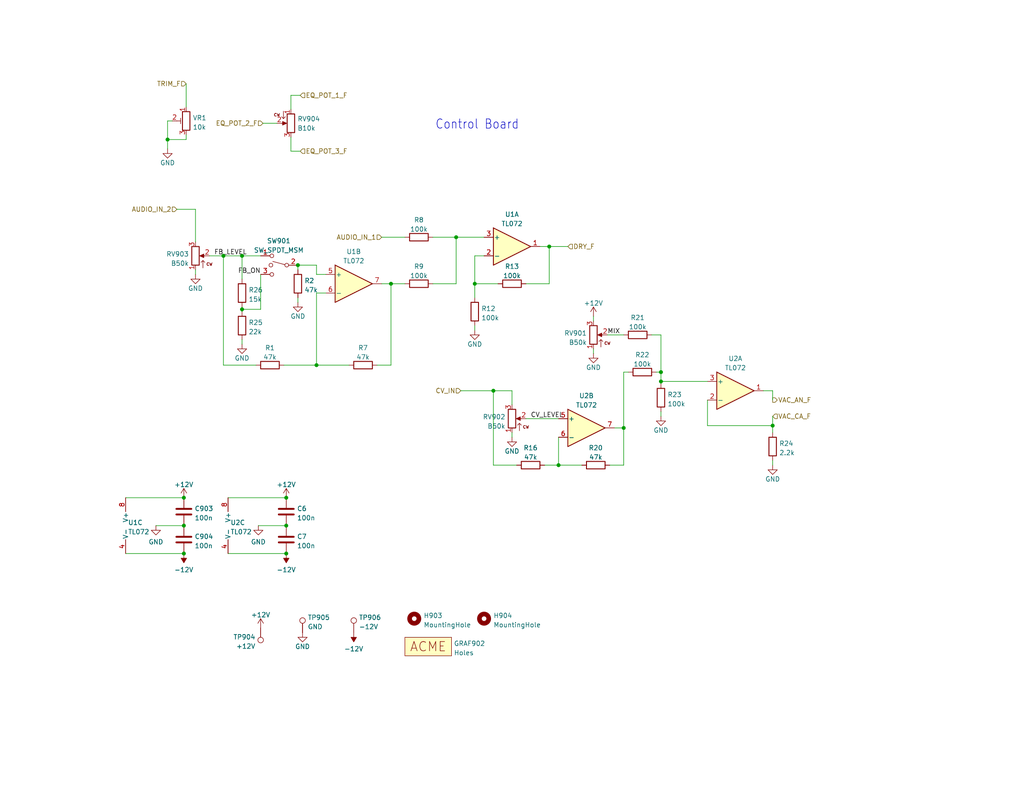
<source format=kicad_sch>
(kicad_sch (version 20211123) (generator eeschema)
  (paper "USLetter")
  (title_block (title "Spring Reverb Rev 2") (company "Music Thing Modular") (comment 1 "Kosmo version by Rich Holmes"))
  (lib_symbols
    (symbol "ao_symbols:C" (pin_numbers hide) (pin_names (offset 0.254))
      (property "Reference" "C" (at 0.635 2.54 0))
      (property "Value" "C" (at 0.635 -2.54 0))
      (symbol "C_0_1"
        (polyline (pts (xy -2.032 -0.762) (xy 2.032 -0.762)) (stroke (width 0.508)))
        (polyline (pts (xy -2.032 0.762) (xy 2.032 0.762)) (stroke (width 0.508)))
      )
      (symbol "C_1_1"
        (pin passive line (at 0 3.81 270) (length 2.794) (name "~") (number "1"))
        (pin passive line (at 0 -3.81 90) (length 2.794) (name "~") (number "2"))
      )
    )
    (symbol "ao_symbols:Graphic" (pin_names (offset 1.016)) (in_bom no)
      (property "Reference" "GRAF" (at 0 -3.81 0))
      (property "Value" "Graphic" (at 0 3.81 0))
      (symbol "Graphic_0_0"
        (rectangle (start -6.35 2.54) (end 6.35 -2.54) (fill (type background)))
        (text "ACME" (at 0 0 0) (effects (font (size 2.54 2.54))))
      )
    )
    (symbol "ao_symbols:MountingHole" (pin_names (offset 1.016)) (in_bom no)
      (property "Reference" "H" (at 0 5.08 0))
      (property "Value" "MountingHole" (at 0 3.175 0))
      (symbol "MountingHole_0_1"
        (circle (center 0 0) (radius 1.27) (stroke (width 1.27)))
      )
    )
    (symbol "ao_symbols:R" (pin_numbers hide) (pin_names (offset 0))
      (property "Reference" "R" (at 2.032 0 90))
      (property "Value" "R" (at 0 0 90))
      (symbol "R_0_1"
        (rectangle (start -1.016 -2.54) (end 1.016 2.54) (stroke (width 0.254)))
      )
      (symbol "R_1_1"
        (pin passive line (at 0 3.81 270) (length 1.27) (name "~") (number "1"))
        (pin passive line (at 0 -3.81 90) (length 1.27) (name "~") (number "2"))
      )
    )
    (symbol "ao_symbols:R_POT" (pin_names (offset 1.016) hide)
      (property "Reference" "RV" (at -4.445 0 90))
      (property "Value" "R_POT" (at -2.54 0 90))
      (symbol "R_POT_0_0"
        (text "CW" (at 3.81 -2.286 0) (effects (font (size 0.762 0.762))))
      )
      (symbol "R_POT_0_1"
        (rectangle (start -1.016 2.54) (end 1.016 -2.54) (stroke (width 0.254)))
        (polyline (pts (xy 2.032 -3.302) (xy 2.032 -1.27)) (stroke (width 0.1524)))
        (polyline (pts (xy 2.54 0) (xy 1.524 0)))
        (polyline (pts (xy 2.54 -1.778) (xy 2.032 -1.27) (xy 1.524 -1.778)) (stroke (width 0.1524)))
        (polyline (pts (xy 1.143 0) (xy 2.286 -0.508) (xy 2.286 0.508) (xy 1.143 0)) (fill (type outline)))
      )
      (symbol "R_POT_1_1"
        (pin passive line (at 0 -3.81 90) (length 1.27) (name "1") (number "1"))
        (pin passive line (at 3.81 0 180) (length 1.27) (name "2") (number "2"))
        (pin passive line (at 0 3.81 270) (length 1.27) (name "3") (number "3"))
      )
    )
    (symbol "ao_symbols:R_POT_TRIM_3296W" (pin_names (offset 1.016) hide)
      (property "Reference" "RV" (at -4.445 0 90))
      (property "Value" "R_POT_TRIM_3296W" (at -2.54 0 90))
      (symbol "R_POT_TRIM_3296W_0_1"
        (polyline (pts (xy 1.524 0.762) (xy 1.524 -0.762)))
        (polyline (pts (xy 2.54 0) (xy 1.524 0)))
        (rectangle (start 1.016 2.54) (end -1.016 -2.54) (stroke (width 0.254)))
      )
      (symbol "R_POT_TRIM_3296W_1_1"
        (pin passive line (at 0 3.81 270) (length 1.27) (name "1") (number "1"))
        (pin passive line (at 3.81 0 180) (length 1.27) (name "2") (number "2"))
        (pin passive line (at 0 -3.81 90) (length 1.27) (name "3") (number "3"))
      )
    )
    (symbol "ao_symbols:SW_SPDT_MSM" (pin_names (offset 0) hide)
      (property "Reference" "SW" (at 0 5.08 0))
      (property "Value" "SW_SPDT_MSM" (at 0 -5.08 0))
      (symbol "SW_SPDT_MSM_0_0"
        (circle (center -2.032 0) (radius 0.508))
        (polyline (pts (xy -1.524 0.127) (xy 1.778 1.016)))
        (circle (center 2.032 -2.54) (radius 0.508))
      )
      (symbol "SW_SPDT_MSM_0_1"
        (circle (center 2.032 2.54) (radius 0.508))
        (circle (center 2.286 0) (radius 0.508))
      )
      (symbol "SW_SPDT_MSM_1_1"
        (pin passive line (at 5.08 2.54 180) (length 2.54) (name "1") (number "1"))
        (pin passive line (at -5.08 0 0) (length 2.54) (name "2") (number "2"))
        (pin passive line (at 5.08 -2.54 180) (length 2.54) (name "3") (number "3"))
      )
    )
    (symbol "ao_symbols:TL072" (pin_names (offset 0.127))
      (property "Reference" "U" (at 0 5.08 0))
      (property "Value" "TL072" (at 0 -5.08 0))
      (symbol "TL072_1_1"
        (polyline (pts (xy -5.08 5.08) (xy 5.08 0) (xy -5.08 -5.08) (xy -5.08 5.08)) (stroke (width 0.254)) (fill (type background)))
        (pin output line (at 7.62 0 180) (length 2.54) (name "~") (number "1"))
        (pin input line (at -7.62 -2.54 0) (length 2.54) (name "-") (number "2"))
        (pin input line (at -7.62 2.54 0) (length 2.54) (name "+") (number "3"))
      )
      (symbol "TL072_2_1"
        (polyline (pts (xy -5.08 5.08) (xy 5.08 0) (xy -5.08 -5.08) (xy -5.08 5.08)) (stroke (width 0.254)) (fill (type background)))
        (pin input line (at -7.62 2.54 0) (length 2.54) (name "+") (number "5"))
        (pin input line (at -7.62 -2.54 0) (length 2.54) (name "-") (number "6"))
        (pin output line (at 7.62 0 180) (length 2.54) (name "~") (number "7"))
      )
      (symbol "TL072_3_1"
        (pin power_in line (at -2.54 -7.62 90) (length 3.81) (name "V-") (number "4"))
        (pin power_in line (at -2.54 7.62 270) (length 3.81) (name "V+") (number "8"))
      )
    )
    (symbol "ao_symbols:TestPoint" (pin_numbers hide) (pin_names (offset 0.762) hide) (in_bom no)
      (property "Reference" "TP" (at 0 6.858 0))
      (property "Value" "TestPoint" (at 0 5.08 0))
      (symbol "TestPoint_0_1"
        (circle (center 0 3.302) (radius 0.762))
      )
      (symbol "TestPoint_1_1"
        (pin passive line (at 0 0 90) (length 2.54) (name "1") (number "1"))
      )
    )
    (symbol "power:+12V" (power) (pin_names (offset 0))
      (property "Value" "+12V" (at 0 3.556 0))
      (symbol "+12V_0_1"
        (polyline (pts (xy -0.762 1.27) (xy 0 2.54)))
        (polyline (pts (xy 0 0) (xy 0 2.54)))
        (polyline (pts (xy 0 2.54) (xy 0.762 1.27)))
      )
      (symbol "+12V_1_1"
        (pin power_in line (at 0 0 90) (length 0) hide (name "+12V") (number "1"))
      )
    )
    (symbol "power:-12V" (power) (pin_names (offset 0))
      (property "Value" "-12V" (at 0 3.81 0))
      (symbol "-12V_0_0"
        (pin power_in line (at 0 0 90) (length 0) hide (name "-12V") (number "1"))
      )
      (symbol "-12V_0_1"
        (polyline (pts (xy 0 0) (xy 0 1.27) (xy 0.762 1.27) (xy 0 2.54) (xy -0.762 1.27) (xy 0 1.27)) (fill (type outline)))
      )
    )
    (symbol "power:GND" (power) (pin_names (offset 0))
      (property "Value" "GND" (at 0 -3.81 0))
      (symbol "GND_0_1"
        (polyline (pts (xy 0 0) (xy 0 -1.27) (xy 1.27 -1.27) (xy 0 -2.54) (xy -1.27 -1.27) (xy 0 -1.27)))
      )
      (symbol "GND_1_1"
        (pin power_in line (at 0 0 270) (length 0) hide (name "GND") (number "1"))
      )
    )
  )
  (junction (at 45.72 38.1))
  (junction (at 170.18 116.84))
  (junction (at 180.34 101.6))
  (junction (at 134.62 106.68))
  (junction (at 124.46 64.77))
  (junction (at 78.105 135.89))
  (junction (at 180.34 104.14))
  (junction (at 149.86 67.31))
  (junction (at 129.54 77.47))
  (junction (at 78.105 143.51))
  (junction (at 86.36 99.695))
  (junction (at 66.04 84.455))
  (junction (at 81.28 72.39))
  (junction (at 106.68 77.47))
  (junction (at 66.04 69.85))
  (junction (at 60.96 69.85))
  (junction (at 78.105 151.13))
  (junction (at 50.165 151.13))
  (junction (at 210.82 116.205))
  (junction (at 50.165 135.89))
  (junction (at 50.165 143.51))
  (junction (at 152.4 127))
  (wire (pts (xy 124.46 64.77) (xy 132.08 64.77)))
  (wire (pts (xy 165.735 91.44) (xy 170.18 91.44)))
  (wire (pts (xy 79.375 41.275) (xy 79.375 37.465)))
  (wire (pts (xy 70.485 143.51) (xy 78.105 143.51)))
  (wire (pts (xy 134.62 106.68) (xy 134.62 127)))
  (wire (pts (xy 129.54 69.85) (xy 132.08 69.85)))
  (wire (pts (xy 86.36 80.01) (xy 88.9 80.01)))
  (wire (pts (xy 62.23 135.89) (xy 78.105 135.89)))
  (wire (pts (xy 60.96 99.695) (xy 69.85 99.695)))
  (wire (pts (xy 139.7 110.49) (xy 139.7 106.68)))
  (wire (pts (xy 102.87 99.695) (xy 106.68 99.695)))
  (wire (pts (xy 152.4 127) (xy 158.75 127)))
  (wire (pts (xy 124.46 77.47) (xy 124.46 64.77)))
  (wire (pts (xy 50.8 36.83) (xy 50.8 38.1)))
  (wire (pts (xy 161.925 86.36) (xy 161.925 87.63)))
  (wire (pts (xy 148.59 127) (xy 152.4 127)))
  (wire (pts (xy 60.96 99.695) (xy 60.96 69.85)))
  (wire (pts (xy 79.375 26.035) (xy 79.375 29.845)))
  (wire (pts (xy 167.64 116.84) (xy 170.18 116.84)))
  (wire (pts (xy 57.15 69.85) (xy 60.96 69.85)))
  (wire (pts (xy 53.34 73.66) (xy 53.34 74.93)))
  (wire (pts (xy 45.72 38.1) (xy 50.8 38.1)))
  (wire (pts (xy 152.4 119.38) (xy 152.4 127)))
  (wire (pts (xy 46.99 33.02) (xy 45.72 33.02)))
  (wire (pts (xy 34.29 135.89) (xy 50.165 135.89)))
  (wire (pts (xy 134.62 106.68) (xy 125.73 106.68)))
  (wire (pts (xy 53.34 57.15) (xy 53.34 66.04)))
  (wire (pts (xy 81.915 41.275) (xy 79.375 41.275)))
  (wire (pts (xy 129.54 77.47) (xy 129.54 69.85)))
  (wire (pts (xy 139.7 106.68) (xy 134.62 106.68)))
  (wire (pts (xy 180.34 91.44) (xy 180.34 101.6)))
  (wire (pts (xy 106.68 77.47) (xy 110.49 77.47)))
  (wire (pts (xy 179.07 101.6) (xy 180.34 101.6)))
  (wire (pts (xy 62.23 151.13) (xy 78.105 151.13)))
  (wire (pts (xy 210.82 116.205) (xy 210.82 118.11)))
  (wire (pts (xy 66.04 84.455) (xy 66.04 85.09)))
  (wire (pts (xy 106.68 99.695) (xy 106.68 77.47)))
  (wire (pts (xy 118.11 77.47) (xy 124.46 77.47)))
  (wire (pts (xy 42.545 143.51) (xy 50.165 143.51)))
  (wire (pts (xy 180.34 112.395) (xy 180.34 113.665)))
  (wire (pts (xy 129.54 77.47) (xy 129.54 81.28)))
  (wire (pts (xy 193.04 116.205) (xy 210.82 116.205)))
  (wire (pts (xy 143.51 114.3) (xy 152.4 114.3)))
  (wire (pts (xy 50.8 22.86) (xy 50.8 29.21)))
  (wire (pts (xy 210.82 113.665) (xy 210.82 116.205)))
  (wire (pts (xy 66.04 83.82) (xy 66.04 84.455)))
  (wire (pts (xy 149.86 77.47) (xy 149.86 67.31)))
  (wire (pts (xy 129.54 88.9) (xy 129.54 90.17)))
  (wire (pts (xy 48.26 57.15) (xy 53.34 57.15)))
  (wire (pts (xy 180.34 104.14) (xy 180.34 104.775)))
  (wire (pts (xy 143.51 77.47) (xy 149.86 77.47)))
  (wire (pts (xy 170.18 101.6) (xy 171.45 101.6)))
  (wire (pts (xy 180.34 104.14) (xy 193.04 104.14)))
  (wire (pts (xy 45.72 33.02) (xy 45.72 38.1)))
  (wire (pts (xy 86.36 72.39) (xy 81.28 72.39)))
  (wire (pts (xy 77.47 99.695) (xy 86.36 99.695)))
  (wire (pts (xy 86.36 99.695) (xy 86.36 80.01)))
  (wire (pts (xy 139.7 118.11) (xy 139.7 119.38)))
  (wire (pts (xy 193.04 109.22) (xy 193.04 116.205)))
  (wire (pts (xy 81.28 72.39) (xy 81.28 73.66)))
  (wire (pts (xy 71.12 69.85) (xy 66.04 69.85)))
  (wire (pts (xy 210.82 125.73) (xy 210.82 127)))
  (wire (pts (xy 34.29 151.13) (xy 50.165 151.13)))
  (wire (pts (xy 208.28 106.68) (xy 210.82 106.68)))
  (wire (pts (xy 81.915 26.035) (xy 79.375 26.035)))
  (wire (pts (xy 81.28 81.28) (xy 81.28 82.55)))
  (wire (pts (xy 129.54 77.47) (xy 135.89 77.47)))
  (wire (pts (xy 149.86 67.31) (xy 154.94 67.31)))
  (wire (pts (xy 71.12 84.455) (xy 71.12 74.93)))
  (wire (pts (xy 86.36 99.695) (xy 95.25 99.695)))
  (wire (pts (xy 86.36 74.93) (xy 86.36 72.39)))
  (wire (pts (xy 66.04 92.71) (xy 66.04 93.98)))
  (wire (pts (xy 180.34 101.6) (xy 180.34 104.14)))
  (wire (pts (xy 60.96 69.85) (xy 66.04 69.85)))
  (wire (pts (xy 71.755 33.655) (xy 75.565 33.655)))
  (wire (pts (xy 170.18 101.6) (xy 170.18 116.84)))
  (wire (pts (xy 166.37 127) (xy 170.18 127)))
  (wire (pts (xy 66.04 84.455) (xy 71.12 84.455)))
  (wire (pts (xy 177.8 91.44) (xy 180.34 91.44)))
  (wire (pts (xy 66.04 69.85) (xy 66.04 76.2)))
  (wire (pts (xy 88.9 74.93) (xy 86.36 74.93)))
  (wire (pts (xy 106.68 77.47) (xy 104.14 77.47)))
  (wire (pts (xy 161.925 95.25) (xy 161.925 96.52)))
  (wire (pts (xy 149.86 67.31) (xy 147.32 67.31)))
  (wire (pts (xy 134.62 127) (xy 140.97 127)))
  (wire (pts (xy 118.11 64.77) (xy 124.46 64.77)))
  (wire (pts (xy 104.14 64.77) (xy 110.49 64.77)))
  (wire (pts (xy 45.72 38.1) (xy 45.72 40.64)))
  (wire (pts (xy 170.18 127) (xy 170.18 116.84)))
  (wire (pts (xy 210.82 106.68) (xy 210.82 109.22)))
  (text "Control Board" (at 118.745 35.56 180) (effects (font (size 2.54 2.159)) (justify left bottom)))
  (label "MIX" (at 165.735 91.44 0))
  (label "CV_LEVEL" (at 144.78 114.3 0))
  (label "FB_LEVEL" (at 58.42 69.85 0))
  (label "FB_ON" (at 71.12 74.93 180))
  (hierarchical_label "CV_IN" (shape input) (at 125.73 106.68 180))
  (hierarchical_label "AUDIO_IN_2" (shape input) (at 48.26 57.15 180))
  (hierarchical_label "EQ_POT_2_F" (shape input) (at 71.755 33.655 180))
  (hierarchical_label "AUDIO_IN_1" (shape input) (at 104.14 64.77 180))
  (hierarchical_label "VAC_CA_F" (shape input) (at 210.82 113.665 0))
  (hierarchical_label "TRIM_F" (shape input) (at 50.8 22.86 180))
  (hierarchical_label "VAC_AN_F" (shape output) (at 210.82 109.22 0))
  (hierarchical_label "EQ_POT_1_F" (shape input) (at 81.915 26.035 0))
  (hierarchical_label "EQ_POT_3_F" (shape input) (at 81.915 41.275 0))
  (hierarchical_label "DRY_F" (shape input) (at 154.94 67.31 0))
  (symbol (lib_id "ao_symbols:R") (at 144.78 127 90) (unit 1)
    (property "Reference" "R16" (at 144.78 122.2842 90))
    (property "Value" "47k" (at 144.78 124.8211 90))
    (property "Footprint" "ao_tht:R_Axial_DIN0207_L6.3mm_D2.5mm_P10.16mm_Horizontal" (effects hide))
    (property "Vendor" "Tayda" (effects hide))
  )
  (symbol (lib_id "ao_symbols:TL072") (at 96.52 77.47 0) (unit 2)
    (property "Reference" "U1" (at 96.52 68.6902 0))
    (property "Value" "TL072" (at 96.52 71.2271 0))
    (property "Footprint" "ao_tht:DIP-8_W7.62mm_Socket_LongPads" (effects hide))
    (property "Vendor" "Tayda" (effects hide))
    (property "SKU" "A-037" (effects hide))
  )
  (symbol (lib_id "power:GND") (at 161.925 96.52 0) (unit 1)
    (property "Reference" "#SUPPLY015" (effects hide))
    (property "Value" "GND" (at 161.925 100.33 0))
  )
  (symbol (lib_id "ao_symbols:TL072") (at 200.66 106.68 0) (unit 1)
    (property "Reference" "U2" (at 200.66 97.9002 0))
    (property "Value" "TL072" (at 200.66 100.4371 0))
    (property "Footprint" "ao_tht:DIP-8_W7.62mm_Socket_LongPads" (effects hide))
    (property "Vendor" "Tayda" (effects hide))
    (property "SKU" "A-037" (effects hide))
  )
  (symbol (lib_id "power:-12V") (at 50.165 151.13 180) (unit 1)
    (property "Reference" "#PWR0906" (effects hide))
    (property "Value" "-12V" (at 50.165 155.5734 0))
  )
  (symbol (lib_id "ao_symbols:R") (at 114.3 64.77 90) (unit 1)
    (property "Reference" "R8" (at 114.3 60.0542 90))
    (property "Value" "100k" (at 114.3 62.5911 90))
    (property "Footprint" "ao_tht:R_Axial_DIN0207_L6.3mm_D2.5mm_P10.16mm_Horizontal" (effects hide))
    (property "Vendor" "Tayda" (effects hide))
  )
  (symbol (lib_id "ao_symbols:R_POT") (at 53.34 69.85 0) (unit 1)
    (property "Reference" "RV903" (at 51.562 69.3709 0) (effects (justify right)))
    (property "Value" "B50k" (at 51.562 71.9078 0) (effects (justify right)))
    (property "Footprint" "ao_tht:Potentiometer_Alpha_16mm_Single_Vertical" (effects hide))
    (property "Vendor" "Tayda" (effects hide))
  )
  (symbol (lib_id "ao_symbols:R") (at 175.26 101.6 90) (unit 1)
    (property "Reference" "R22" (at 175.26 96.8842 90))
    (property "Value" "100k" (at 175.26 99.4211 90))
    (property "Footprint" "ao_tht:R_Axial_DIN0207_L6.3mm_D2.5mm_P10.16mm_Horizontal" (effects hide))
    (property "Vendor" "Tayda" (effects hide))
  )
  (symbol (lib_id "ao_symbols:R") (at 66.04 88.9 0) (unit 1)
    (property "Reference" "R25" (at 67.818 88.0653 0) (effects (justify left)))
    (property "Value" "22k" (at 67.818 90.6022 0) (effects (justify left)))
    (property "Footprint" "ao_tht:R_Axial_DIN0207_L6.3mm_D2.5mm_P10.16mm_Horizontal" (effects hide))
    (property "Vendor" "Tayda" (effects hide))
  )
  (symbol (lib_id "ao_symbols:R") (at 162.56 127 90) (unit 1)
    (property "Reference" "R20" (at 162.56 122.2842 90))
    (property "Value" "47k" (at 162.56 124.8211 90))
    (property "Footprint" "ao_tht:R_Axial_DIN0207_L6.3mm_D2.5mm_P10.16mm_Horizontal" (effects hide))
    (property "Vendor" "Tayda" (effects hide))
  )
  (symbol (lib_id "ao_symbols:R") (at 173.99 91.44 90) (unit 1)
    (property "Reference" "R21" (at 173.99 86.7242 90))
    (property "Value" "100k" (at 173.99 89.2611 90))
    (property "Footprint" "ao_tht:R_Axial_DIN0207_L6.3mm_D2.5mm_P10.16mm_Horizontal" (effects hide))
    (property "Vendor" "Tayda" (effects hide))
  )
  (symbol (lib_id "ao_symbols:R") (at 81.28 77.47 0) (unit 1)
    (property "Reference" "R2" (at 83.058 76.6353 0) (effects (justify left)))
    (property "Value" "47k" (at 83.058 79.1722 0) (effects (justify left)))
    (property "Footprint" "ao_tht:R_Axial_DIN0207_L6.3mm_D2.5mm_P10.16mm_Horizontal" (effects hide))
    (property "Vendor" "Tayda" (effects hide))
  )
  (symbol (lib_id "power:GND") (at 139.7 119.38 0) (unit 1)
    (property "Reference" "#SUPPLY013" (effects hide))
    (property "Value" "GND" (at 139.7 123.19 0))
  )
  (symbol (lib_id "ao_symbols:R") (at 210.82 121.92 0) (unit 1)
    (property "Reference" "R24" (at 212.598 121.0853 0) (effects (justify left)))
    (property "Value" "2.2k" (at 212.598 123.6222 0) (effects (justify left)))
    (property "Footprint" "ao_tht:R_Axial_DIN0207_L6.3mm_D2.5mm_P10.16mm_Horizontal" (effects hide))
    (property "Vendor" "Tayda" (effects hide))
  )
  (symbol (lib_id "ao_symbols:R_POT") (at 139.7 114.3 0) (unit 1)
    (property "Reference" "RV902" (at 137.922 113.8209 0) (effects (justify right)))
    (property "Value" "B50k" (at 137.922 116.3578 0) (effects (justify right)))
    (property "Footprint" "ao_tht:Potentiometer_Alpha_16mm_Single_Vertical" (effects hide))
    (property "Vendor" "Tayda" (effects hide))
  )
  (symbol (lib_id "ao_symbols:R") (at 114.3 77.47 90) (unit 1)
    (property "Reference" "R9" (at 114.3 72.7542 90))
    (property "Value" "100k" (at 114.3 75.2911 90))
    (property "Footprint" "ao_tht:R_Axial_DIN0207_L6.3mm_D2.5mm_P10.16mm_Horizontal" (effects hide))
    (property "Vendor" "Tayda" (effects hide))
  )
  (symbol (lib_id "ao_symbols:R_POT_TRIM_3296W") (at 50.8 33.02 0) (mirror y) (unit 1)
    (property "Reference" "VR1" (at 52.578 32.1853 0) (effects (justify right)))
    (property "Value" "10k" (at 52.578 34.7222 0) (effects (justify right)))
    (property "Footprint" "ao_tht:Potentiometer_Bourns_3362P_Vertical_screw_centered" (effects hide))
    (property "Vendor" "Tayda" (effects hide))
  )
  (symbol (lib_id "ao_symbols:R") (at 139.7 77.47 90) (unit 1)
    (property "Reference" "R13" (at 139.7 72.7542 90))
    (property "Value" "100k" (at 139.7 75.2911 90))
    (property "Footprint" "ao_tht:R_Axial_DIN0207_L6.3mm_D2.5mm_P10.16mm_Horizontal" (effects hide))
    (property "Vendor" "Tayda" (effects hide))
  )
  (symbol (lib_id "power:GND") (at 81.28 82.55 0) (unit 1)
    (property "Reference" "#SUPPLY012" (effects hide))
    (property "Value" "GND" (at 81.28 86.36 0))
  )
  (symbol (lib_id "power:-12V") (at 96.52 172.72 180) (unit 1)
    (property "Reference" "#PWR0149" (effects hide))
    (property "Value" "-12V" (at 96.52 177.1634 0))
  )
  (symbol (lib_id "ao_symbols:C") (at 50.165 139.7 0) (unit 1)
    (property "Reference" "C903" (at 53.086 138.8653 0) (effects (justify left)))
    (property "Value" "100n" (at 53.086 141.4022 0) (effects (justify left)))
    (property "Footprint" "ao_tht:C_Disc_D3.0mm_W1.6mm_P2.50mm" (effects hide))
    (property "Vendor" "Tayda" (effects hide))
  )
  (symbol (lib_id "power:+12V") (at 50.165 135.89 0) (unit 1)
    (property "Reference" "#PWR0905" (effects hide))
    (property "Value" "+12V" (at 50.165 132.3142 0))
  )
  (symbol (lib_id "power:GND") (at 82.55 172.72 0) (unit 1)
    (property "Reference" "#SUPPLY0102" (effects hide))
    (property "Value" "GND" (at 82.55 176.53 0))
  )
  (symbol (lib_id "power:GND") (at 45.72 40.64 0) (unit 1)
    (property "Reference" "#SUPPLY0101" (effects hide))
    (property "Value" "GND" (at 45.72 44.45 0))
  )
  (symbol (lib_id "ao_symbols:R") (at 66.04 80.01 0) (unit 1)
    (property "Reference" "R26" (at 67.818 79.1753 0) (effects (justify left)))
    (property "Value" "15k" (at 67.818 81.7122 0) (effects (justify left)))
    (property "Footprint" "ao_tht:R_Axial_DIN0207_L6.3mm_D2.5mm_P10.16mm_Horizontal" (effects hide))
    (property "Vendor" "Tayda" (effects hide))
  )
  (symbol (lib_id "ao_symbols:C") (at 78.105 147.32 0) (unit 1)
    (property "Reference" "C7" (at 81.026 146.4853 0) (effects (justify left)))
    (property "Value" "100n" (at 81.026 149.0222 0) (effects (justify left)))
    (property "Footprint" "ao_tht:C_Disc_D3.0mm_W1.6mm_P2.50mm" (effects hide))
    (property "Vendor" "Tayda" (effects hide))
  )
  (symbol (lib_id "ao_symbols:C") (at 50.165 147.32 0) (unit 1)
    (property "Reference" "C904" (at 53.086 146.4853 0) (effects (justify left)))
    (property "Value" "100n" (at 53.086 149.0222 0) (effects (justify left)))
    (property "Footprint" "ao_tht:C_Disc_D3.0mm_W1.6mm_P2.50mm" (effects hide))
    (property "Vendor" "Tayda" (effects hide))
  )
  (symbol (lib_id "ao_symbols:R") (at 180.34 108.585 0) (unit 1)
    (property "Reference" "R23" (at 182.118 107.7503 0) (effects (justify left)))
    (property "Value" "100k" (at 182.118 110.2872 0) (effects (justify left)))
    (property "Footprint" "ao_tht:R_Axial_DIN0207_L6.3mm_D2.5mm_P10.16mm_Horizontal" (effects hide))
    (property "Vendor" "Tayda" (effects hide))
  )
  (symbol (lib_id "ao_symbols:R_POT") (at 161.925 91.44 0) (unit 1)
    (property "Reference" "RV901" (at 160.147 90.9609 0) (effects (justify right)))
    (property "Value" "B50k" (at 160.147 93.4978 0) (effects (justify right)))
    (property "Footprint" "ao_tht:Potentiometer_Alpha_16mm_Single_Vertical" (effects hide))
    (property "Vendor" "Tayda" (effects hide))
  )
  (symbol (lib_id "ao_symbols:TestPoint") (at 82.55 172.72 0) (unit 1) (in_bom no)
    (property "Reference" "TP905" (at 83.947 168.5833 0) (effects (justify left)))
    (property "Value" "GND" (at 83.947 171.1202 0) (effects (justify left)))
    (property "Footprint" "ao_tht:TestPoint_THTPad_D1.5mm_Drill0.7mm" (effects hide))
    (property "Config" "DNF" (effects hide))
  )
  (symbol (lib_id "ao_symbols:TL072") (at 64.77 143.51 0) (unit 3)
    (property "Reference" "U2" (at 62.865 142.6753 0) (effects (justify left)))
    (property "Value" "TL072" (at 62.865 145.2122 0) (effects (justify left)))
    (property "Footprint" "ao_tht:DIP-8_W7.62mm_Socket_LongPads" (effects hide))
    (property "Vendor" "Tayda" (effects hide))
    (property "SKU" "A-037" (effects hide))
  )
  (symbol (lib_id "ao_symbols:R_POT") (at 79.375 33.655 180) (unit 1)
    (property "Reference" "RV904" (at 81.153 32.4647 0) (effects (justify right)))
    (property "Value" "B10k" (at 81.153 35.0016 0) (effects (justify right)))
    (property "Footprint" "ao_tht:Potentiometer_Alpha_16mm_Single_Vertical" (effects hide))
    (property "Vendor" "Tayda" (effects hide))
  )
  (symbol (lib_id "ao_symbols:TestPoint") (at 96.52 172.72 0) (unit 1) (in_bom no)
    (property "Reference" "TP906" (at 97.917 168.5833 0) (effects (justify left)))
    (property "Value" "-12V" (at 97.917 171.1202 0) (effects (justify left)))
    (property "Footprint" "ao_tht:TestPoint_THTPad_D1.5mm_Drill0.7mm" (effects hide))
    (property "Config" "DNF" (effects hide))
  )
  (symbol (lib_id "power:+12V") (at 161.925 86.36 0) (unit 1)
    (property "Reference" "#PWR0112" (effects hide))
    (property "Value" "+12V" (at 161.925 82.7842 0))
  )
  (symbol (lib_id "power:+12V") (at 71.12 171.45 0) (unit 1)
    (property "Reference" "#PWR0150" (effects hide))
    (property "Value" "+12V" (at 71.12 167.8742 0))
  )
  (symbol (lib_id "ao_symbols:TL072") (at 160.02 116.84 0) (unit 2)
    (property "Reference" "U2" (at 160.02 108.0602 0))
    (property "Value" "TL072" (at 160.02 110.5971 0))
    (property "Footprint" "ao_tht:DIP-8_W7.62mm_Socket_LongPads" (effects hide))
    (property "Vendor" "Tayda" (effects hide))
    (property "SKU" "A-037" (effects hide))
  )
  (symbol (lib_id "power:GND") (at 210.82 127 0) (unit 1)
    (property "Reference" "#SUPPLY017" (effects hide))
    (property "Value" "GND" (at 210.82 130.81 0))
  )
  (symbol (lib_id "power:GND") (at 53.34 74.93 0) (unit 1)
    (property "Reference" "#SUPPLY03" (effects hide))
    (property "Value" "GND" (at 53.34 78.74 0))
  )
  (symbol (lib_id "ao_symbols:C") (at 78.105 139.7 0) (unit 1)
    (property "Reference" "C6" (at 81.026 138.8653 0) (effects (justify left)))
    (property "Value" "100n" (at 81.026 141.4022 0) (effects (justify left)))
    (property "Footprint" "ao_tht:C_Disc_D3.0mm_W1.6mm_P2.50mm" (effects hide))
    (property "Vendor" "Tayda" (effects hide))
  )
  (symbol (lib_id "ao_symbols:R") (at 99.06 99.695 90) (unit 1)
    (property "Reference" "R7" (at 99.06 94.9792 90))
    (property "Value" "47k" (at 99.06 97.5161 90))
    (property "Footprint" "ao_tht:R_Axial_DIN0207_L6.3mm_D2.5mm_P10.16mm_Horizontal" (effects hide))
    (property "Vendor" "Tayda" (effects hide))
  )
  (symbol (lib_id "power:-12V") (at 78.105 151.13 180) (unit 1)
    (property "Reference" "#PWR0114" (effects hide))
    (property "Value" "-12V" (at 78.105 155.5734 0))
  )
  (symbol (lib_id "ao_symbols:TestPoint") (at 71.12 171.45 0) (mirror x) (unit 1) (in_bom no)
    (property "Reference" "TP904" (at 69.723 173.9173 0) (effects (justify right)))
    (property "Value" "+12V" (at 69.723 176.4542 0) (effects (justify right)))
    (property "Footprint" "ao_tht:TestPoint_THTPad_D1.5mm_Drill0.7mm" (effects hide))
    (property "Config" "DNF" (effects hide))
  )
  (symbol (lib_id "power:GND") (at 42.545 143.51 0) (unit 1)
    (property "Reference" "#PWR0904" (effects hide))
    (property "Value" "GND" (at 42.545 147.9534 0))
  )
  (symbol (lib_id "power:GND") (at 129.54 90.17 0) (unit 1)
    (property "Reference" "#SUPPLY010" (effects hide))
    (property "Value" "GND" (at 129.54 93.98 0))
  )
  (symbol (lib_id "ao_symbols:TL072") (at 36.83 143.51 0) (unit 3)
    (property "Reference" "U1" (at 34.925 142.6753 0) (effects (justify left)))
    (property "Value" "TL072" (at 34.925 145.2122 0) (effects (justify left)))
    (property "Footprint" "ao_tht:DIP-8_W7.62mm_Socket_LongPads" (effects hide))
    (property "Vendor" "Tayda" (effects hide))
    (property "SKU" "A-037" (effects hide))
  )
  (symbol (lib_id "ao_symbols:Graphic") (at 116.84 176.53 0) (unit 1) (in_bom no)
    (property "Reference" "GRAF902" (at 123.825 175.6953 0) (effects (justify left)))
    (property "Value" "Holes" (at 123.825 178.2322 0) (effects (justify left)))
    (property "Footprint" "springreverb:springreverb_panel_holes" (effects hide))
    (property "Config" "DNF" (effects hide))
  )
  (symbol (lib_id "power:+12V") (at 78.105 135.89 0) (unit 1)
    (property "Reference" "#PWR0115" (effects hide))
    (property "Value" "+12V" (at 78.105 132.3142 0))
  )
  (symbol (lib_id "ao_symbols:MountingHole") (at 132.08 168.91 0) (unit 1) (in_bom no)
    (property "Reference" "H904" (at 134.62 168.0753 0) (effects (justify left)))
    (property "Value" "MountingHole" (at 134.62 170.6122 0) (effects (justify left)))
    (property "Footprint" "ao_tht:MountingHole_3.2mm_M3" (effects hide))
    (property "Config" "DNF" (effects hide))
  )
  (symbol (lib_id "ao_symbols:MountingHole") (at 113.03 168.91 0) (unit 1) (in_bom no)
    (property "Reference" "H903" (at 115.57 168.0753 0) (effects (justify left)))
    (property "Value" "MountingHole" (at 115.57 170.6122 0) (effects (justify left)))
    (property "Footprint" "ao_tht:MountingHole_3.2mm_M3" (effects hide))
    (property "Config" "DNF" (effects hide))
  )
  (symbol (lib_id "ao_symbols:R") (at 129.54 85.09 0) (unit 1)
    (property "Reference" "R12" (at 131.318 84.2553 0) (effects (justify left)))
    (property "Value" "100k" (at 131.318 86.7922 0) (effects (justify left)))
    (property "Footprint" "ao_tht:R_Axial_DIN0207_L6.3mm_D2.5mm_P10.16mm_Horizontal" (effects hide))
    (property "Vendor" "Tayda" (effects hide))
  )
  (symbol (lib_id "power:GND") (at 66.04 93.98 0) (unit 1)
    (property "Reference" "#SUPPLY04" (effects hide))
    (property "Value" "GND" (at 66.04 97.79 0))
  )
  (symbol (lib_id "ao_symbols:TL072") (at 139.7 67.31 0) (unit 1)
    (property "Reference" "U1" (at 139.7 58.5302 0))
    (property "Value" "TL072" (at 139.7 61.0671 0))
    (property "Footprint" "ao_tht:DIP-8_W7.62mm_Socket_LongPads" (effects hide))
    (property "Vendor" "Tayda" (effects hide))
    (property "SKU" "A-037" (effects hide))
  )
  (symbol (lib_id "ao_symbols:R") (at 73.66 99.695 90) (unit 1)
    (property "Reference" "R1" (at 73.66 94.9792 90))
    (property "Value" "47k" (at 73.66 97.5161 90))
    (property "Footprint" "ao_tht:R_Axial_DIN0207_L6.3mm_D2.5mm_P10.16mm_Horizontal" (effects hide))
    (property "Vendor" "Tayda" (effects hide))
  )
  (symbol (lib_id "power:GND") (at 70.485 143.51 0) (unit 1)
    (property "Reference" "#PWR0113" (effects hide))
    (property "Value" "GND" (at 70.485 147.9534 0))
  )
  (symbol (lib_id "power:GND") (at 180.34 113.665 0) (unit 1)
    (property "Reference" "#SUPPLY016" (effects hide))
    (property "Value" "GND" (at 180.34 117.475 0))
  )
  (symbol (lib_id "ao_symbols:SW_SPDT_MSM") (at 76.2 72.39 0) (mirror y) (unit 1)
    (property "Reference" "SW901" (at 76.073 65.7692 0))
    (property "Value" "SW_SPDT_MSM" (at 76.073 68.3061 0))
    (property "Footprint" "ao_tht:SPDT-toggle-switch-1M-series" (effects hide))
    (property "Vendor" "Tayda" (effects hide))
    (property "SKU" "A-3187" (effects hide))
  )
)
</source>
